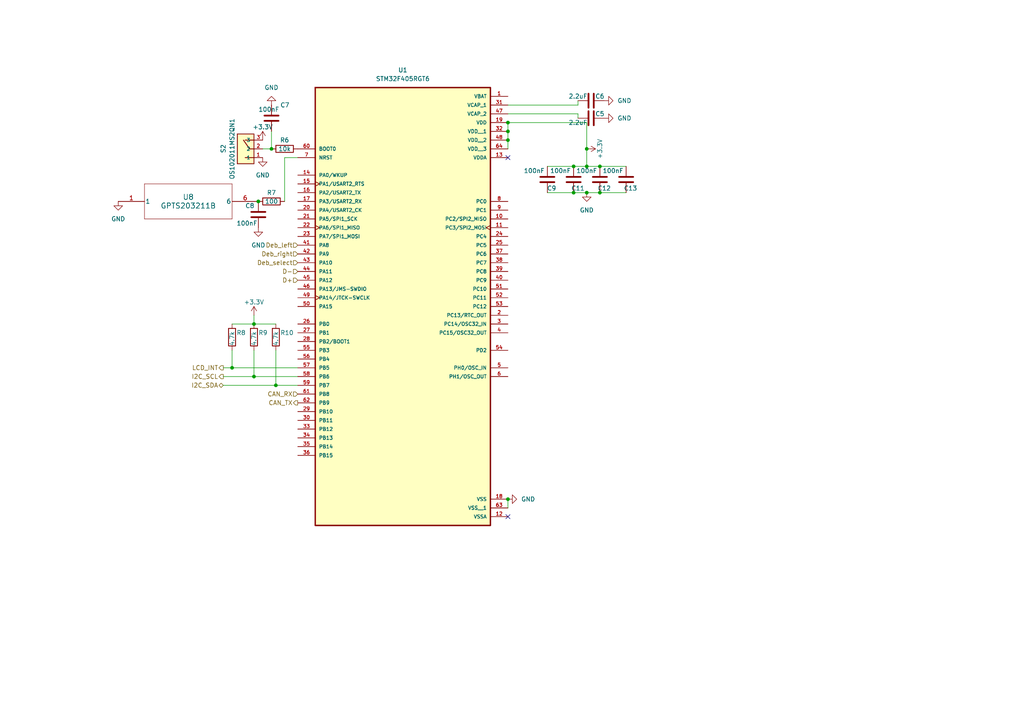
<source format=kicad_sch>
(kicad_sch (version 20230121) (generator eeschema)
  (paper "A4")
  (lib_symbols
    (symbol "2024-05-13_21-50-54:GPTS203211B" (pin_names (offset 0.254))
      (property "Reference" "U" (at 20.32 10.16 0))
      (property "Value" "GPTS203211B" (at 20.32 7.62 0))
      (symbol "GPTS203211B_0_1"
        (polyline (pts (xy 7.62 -5.08) (xy 33.02 -5.08)) (stroke (width 0.127)))
        (polyline (pts (xy 7.62 5.08) (xy 7.62 -5.08)) (stroke (width 0.127)))
        (polyline (pts (xy 33.02 -5.08) (xy 33.02 5.08)) (stroke (width 0.127)))
        (polyline (pts (xy 33.02 5.08) (xy 7.62 5.08)) (stroke (width 0.127)))
        (pin unspecified line (at 0 0 0) (length 7.62) (name "1") (number "1"))
        (pin unspecified line (at 40.64 0 180) (length 7.62) (name "6") (number "6"))
      )
    )
    (symbol "Device:C" (pin_numbers hide) (pin_names (offset 0.254))
      (property "Reference" "C" (at 0.635 2.54 0))
      (property "Value" "C" (at 0.635 -2.54 0))
      (symbol "C_0_1"
        (polyline (pts (xy -2.032 -0.762) (xy 2.032 -0.762)) (stroke (width 0.508)))
        (polyline (pts (xy -2.032 0.762) (xy 2.032 0.762)) (stroke (width 0.508)))
      )
      (symbol "C_1_1"
        (pin passive line (at 0 3.81 270) (length 2.794) (name "~") (number "1"))
        (pin passive line (at 0 -3.81 90) (length 2.794) (name "~") (number "2"))
      )
    )
    (symbol "Device:R" (pin_numbers hide) (pin_names (offset 0))
      (property "Reference" "R" (at 2.032 0 90))
      (property "Value" "R" (at 0 0 90))
      (symbol "R_0_1"
        (rectangle (start -1.016 -2.54) (end 1.016 2.54) (stroke (width 0.254)))
      )
      (symbol "R_1_1"
        (pin passive line (at 0 3.81 270) (length 1.27) (name "~") (number "1"))
        (pin passive line (at 0 -3.81 90) (length 1.27) (name "~") (number "2"))
      )
    )
    (symbol "OS102011MS2QN1:OS102011MS2QN1" (pin_names (offset 1.016))
      (property "Reference" "S" (at -2.5411 5.0822 0))
      (property "Value" "OS102011MS2QN1" (at -2.544 -7.6319 0))
      (symbol "OS102011MS2QN1_0_0"
        (rectangle (start -2.54 -4.318) (end 2.286 4.318) (stroke (width 0.254)) (fill (type background)))
        (polyline (pts (xy -2.54 -2.54) (xy 0 -2.54)) (stroke (width 0.254)))
        (polyline (pts (xy -2.54 0) (xy -1.27 0)) (stroke (width 0.254)))
        (polyline (pts (xy -2.54 2.54) (xy 0 2.54)) (stroke (width 0.254)))
        (polyline (pts (xy -1.27 0) (xy 0.508 -2.54)) (stroke (width 0.254)))
        (pin passive line (at -5.08 2.54 0) (length 2.54) (name "1") (number "1"))
        (pin passive line (at -5.08 0 0) (length 2.54) (name "2") (number "2"))
        (pin passive line (at -5.08 -2.54 0) (length 2.54) (name "3") (number "3"))
      )
    )
    (symbol "STM32F405RGT6:STM32F405RGT6" (pin_names (offset 1.016))
      (property "Reference" "U" (at -25.6442 59.5578 0))
      (property "Value" "STM32F405RGT6" (at -25.6043 -72.7202 0))
      (symbol "STM32F405RGT6_0_0"
        (rectangle (start -25.4 -68.58) (end 25.4 58.42) (stroke (width 0.41)) (fill (type background)))
        (pin power_in line (at 30.48 55.88 180) (length 5.08) (name "VBAT") (number "1"))
        (pin bidirectional line (at 30.48 20.32 180) (length 5.08) (name "PC2/SPI2_MISO") (number "10"))
        (pin bidirectional clock (at 30.48 17.78 180) (length 5.08) (name "PC3/SPI2_MOSI") (number "11"))
        (pin power_in line (at 30.48 -66.04 180) (length 5.08) (name "VSSA") (number "12"))
        (pin power_in line (at 30.48 38.1 180) (length 5.08) (name "VDDA") (number "13"))
        (pin bidirectional line (at -30.48 33.02 0) (length 5.08) (name "PA0/WKUP") (number "14"))
        (pin bidirectional clock (at -30.48 30.48 0) (length 5.08) (name "PA1/USART2_RTS") (number "15"))
        (pin bidirectional line (at -30.48 27.94 0) (length 5.08) (name "PA2/USART2_TX") (number "16"))
        (pin bidirectional line (at -30.48 25.4 0) (length 5.08) (name "PA3/USART2_RX") (number "17"))
        (pin power_in line (at 30.48 -60.96 180) (length 5.08) (name "VSS") (number "18"))
        (pin power_in line (at 30.48 48.26 180) (length 5.08) (name "VDD") (number "19"))
        (pin bidirectional line (at 30.48 -7.62 180) (length 5.08) (name "PC13/RTC_OUT") (number "2"))
        (pin bidirectional line (at -30.48 22.86 0) (length 5.08) (name "PA4/USART2_CK") (number "20"))
        (pin bidirectional line (at -30.48 20.32 0) (length 5.08) (name "PA5/SPI1_SCK") (number "21"))
        (pin bidirectional clock (at -30.48 17.78 0) (length 5.08) (name "PA6/SPI1_MISO") (number "22"))
        (pin bidirectional line (at -30.48 15.24 0) (length 5.08) (name "PA7/SPI1_MOSI") (number "23"))
        (pin bidirectional line (at 30.48 15.24 180) (length 5.08) (name "PC4") (number "24"))
        (pin bidirectional line (at 30.48 12.7 180) (length 5.08) (name "PC5") (number "25"))
        (pin bidirectional line (at -30.48 -10.16 0) (length 5.08) (name "PB0") (number "26"))
        (pin bidirectional line (at -30.48 -12.7 0) (length 5.08) (name "PB1") (number "27"))
        (pin bidirectional line (at -30.48 -15.24 0) (length 5.08) (name "PB2/BOOT1") (number "28"))
        (pin bidirectional line (at -30.48 -35.56 0) (length 5.08) (name "PB10") (number "29"))
        (pin bidirectional line (at 30.48 -10.16 180) (length 5.08) (name "PC14/OSC32_IN") (number "3"))
        (pin bidirectional line (at -30.48 -38.1 0) (length 5.08) (name "PB11") (number "30"))
        (pin power_in line (at 30.48 53.34 180) (length 5.08) (name "VCAP_1") (number "31"))
        (pin power_in line (at 30.48 45.72 180) (length 5.08) (name "VDD__1") (number "32"))
        (pin bidirectional line (at -30.48 -40.64 0) (length 5.08) (name "PB12") (number "33"))
        (pin bidirectional line (at -30.48 -43.18 0) (length 5.08) (name "PB13") (number "34"))
        (pin bidirectional line (at -30.48 -45.72 0) (length 5.08) (name "PB14") (number "35"))
        (pin bidirectional line (at -30.48 -48.26 0) (length 5.08) (name "PB15") (number "36"))
        (pin bidirectional line (at 30.48 10.16 180) (length 5.08) (name "PC6") (number "37"))
        (pin bidirectional line (at 30.48 7.62 180) (length 5.08) (name "PC7") (number "38"))
        (pin bidirectional line (at 30.48 5.08 180) (length 5.08) (name "PC8") (number "39"))
        (pin bidirectional line (at 30.48 -12.7 180) (length 5.08) (name "PC15/OSC32_OUT") (number "4"))
        (pin bidirectional line (at 30.48 2.54 180) (length 5.08) (name "PC9") (number "40"))
        (pin bidirectional line (at -30.48 12.7 0) (length 5.08) (name "PA8") (number "41"))
        (pin bidirectional line (at -30.48 10.16 0) (length 5.08) (name "PA9") (number "42"))
        (pin bidirectional line (at -30.48 7.62 0) (length 5.08) (name "PA10") (number "43"))
        (pin bidirectional line (at -30.48 5.08 0) (length 5.08) (name "PA11") (number "44"))
        (pin bidirectional line (at -30.48 2.54 0) (length 5.08) (name "PA12") (number "45"))
        (pin bidirectional line (at -30.48 0 0) (length 5.08) (name "PA13/JMS-SWDIO") (number "46"))
        (pin power_in line (at 30.48 50.8 180) (length 5.08) (name "VCAP_2") (number "47"))
        (pin power_in line (at 30.48 43.18 180) (length 5.08) (name "VDD__2") (number "48"))
        (pin bidirectional clock (at -30.48 -2.54 0) (length 5.08) (name "PA14/JTCK-SWCLK") (number "49"))
        (pin bidirectional line (at 30.48 -22.86 180) (length 5.08) (name "PH0/OSC_IN") (number "5"))
        (pin bidirectional line (at -30.48 -5.08 0) (length 5.08) (name "PA15") (number "50"))
        (pin bidirectional line (at 30.48 0 180) (length 5.08) (name "PC10") (number "51"))
        (pin bidirectional line (at 30.48 -2.54 180) (length 5.08) (name "PC11") (number "52"))
        (pin bidirectional line (at 30.48 -5.08 180) (length 5.08) (name "PC12") (number "53"))
        (pin bidirectional line (at 30.48 -17.78 180) (length 5.08) (name "PD2") (number "54"))
        (pin bidirectional line (at -30.48 -17.78 0) (length 5.08) (name "PB3") (number "55"))
        (pin bidirectional line (at -30.48 -20.32 0) (length 5.08) (name "PB4") (number "56"))
        (pin bidirectional line (at -30.48 -22.86 0) (length 5.08) (name "PB5") (number "57"))
        (pin bidirectional line (at -30.48 -25.4 0) (length 5.08) (name "PB6") (number "58"))
        (pin bidirectional line (at -30.48 -27.94 0) (length 5.08) (name "PB7") (number "59"))
        (pin bidirectional line (at 30.48 -25.4 180) (length 5.08) (name "PH1/OSC_OUT") (number "6"))
        (pin bidirectional line (at -30.48 40.64 0) (length 5.08) (name "BOOT0") (number "60"))
        (pin bidirectional line (at -30.48 -30.48 0) (length 5.08) (name "PB8") (number "61"))
        (pin bidirectional line (at -30.48 -33.02 0) (length 5.08) (name "PB9") (number "62"))
        (pin power_in line (at 30.48 -63.5 180) (length 5.08) (name "VSS__1") (number "63"))
        (pin power_in line (at 30.48 40.64 180) (length 5.08) (name "VDD__3") (number "64"))
        (pin bidirectional line (at -30.48 38.1 0) (length 5.08) (name "NRST") (number "7"))
        (pin bidirectional line (at 30.48 25.4 180) (length 5.08) (name "PC0") (number "8"))
        (pin bidirectional line (at 30.48 22.86 180) (length 5.08) (name "PC1") (number "9"))
      )
    )
    (symbol "power:+3.3V" (power) (pin_names (offset 0))
      (property "Value" "+3.3V" (at 0 3.556 0))
      (symbol "+3.3V_0_1"
        (polyline (pts (xy -0.762 1.27) (xy 0 2.54)))
        (polyline (pts (xy 0 0) (xy 0 2.54)))
        (polyline (pts (xy 0 2.54) (xy 0.762 1.27)))
      )
      (symbol "+3.3V_1_1"
        (pin power_in line (at 0 0 90) (length 0) hide (name "+3.3V") (number "1"))
      )
    )
    (symbol "power:GND" (power) (pin_names (offset 0))
      (property "Value" "GND" (at 0 -3.81 0))
      (symbol "GND_0_1"
        (polyline (pts (xy 0 0) (xy 0 -1.27) (xy 1.27 -1.27) (xy 0 -2.54) (xy -1.27 -1.27) (xy 0 -1.27)))
      )
      (symbol "GND_1_1"
        (pin power_in line (at 0 0 270) (length 0) hide (name "GND") (number "1"))
      )
    )
  )
  (junction (at 170.18 48.26))
  (junction (at 170.18 43.18))
  (junction (at 173.99 48.26))
  (junction (at 170.18 55.88))
  (junction (at 166.37 55.88))
  (junction (at 147.32 35.56))
  (junction (at 147.32 40.64))
  (junction (at 73.66 109.22))
  (junction (at 147.32 144.78))
  (junction (at 74.93 58.42))
  (junction (at 173.99 55.88))
  (junction (at 78.74 43.18))
  (junction (at 147.32 38.1))
  (junction (at 67.31 106.68))
  (junction (at 166.37 48.26))
  (junction (at 80.01 111.76))
  (junction (at 73.66 93.98))
  (no_connect (at 147.32 45.72))
  (no_connect (at 147.32 149.86))
  (wire (pts (xy 78.74 38.1) (xy 78.74 43.18)))
  (wire (pts (xy 82.55 45.72) (xy 86.36 45.72)))
  (wire (pts (xy 167.64 29.21) (xy 167.64 30.48)))
  (wire (pts (xy 82.55 58.42) (xy 82.55 45.72)))
  (wire (pts (xy 147.32 40.64) (xy 147.32 43.18)))
  (wire (pts (xy 76.2 43.18) (xy 78.74 43.18)))
  (wire (pts (xy 64.77 111.76) (xy 80.01 111.76)))
  (wire (pts (xy 170.18 48.26) (xy 170.18 43.18)))
  (wire (pts (xy 170.18 35.56) (xy 147.32 35.56)))
  (wire (pts (xy 64.77 109.22) (xy 73.66 109.22)))
  (wire (pts (xy 166.37 48.26) (xy 170.18 48.26)))
  (wire (pts (xy 170.18 43.18) (xy 170.18 35.56)))
  (wire (pts (xy 173.99 48.26) (xy 181.61 48.26)))
  (wire (pts (xy 147.32 144.78) (xy 147.32 147.32)))
  (wire (pts (xy 158.75 55.88) (xy 166.37 55.88)))
  (wire (pts (xy 158.75 48.26) (xy 166.37 48.26)))
  (wire (pts (xy 173.99 55.88) (xy 181.61 55.88)))
  (wire (pts (xy 67.31 93.98) (xy 73.66 93.98)))
  (wire (pts (xy 147.32 35.56) (xy 147.32 38.1)))
  (wire (pts (xy 147.32 33.02) (xy 167.64 33.02)))
  (wire (pts (xy 166.37 55.88) (xy 170.18 55.88)))
  (wire (pts (xy 73.66 109.22) (xy 86.36 109.22)))
  (wire (pts (xy 73.66 91.44) (xy 73.66 93.98)))
  (wire (pts (xy 170.18 48.26) (xy 173.99 48.26)))
  (wire (pts (xy 147.32 38.1) (xy 147.32 40.64)))
  (wire (pts (xy 170.18 55.88) (xy 173.99 55.88)))
  (wire (pts (xy 67.31 106.68) (xy 86.36 106.68)))
  (wire (pts (xy 167.64 34.29) (xy 167.64 33.02)))
  (wire (pts (xy 67.31 101.6) (xy 67.31 106.68)))
  (wire (pts (xy 80.01 111.76) (xy 86.36 111.76)))
  (wire (pts (xy 147.32 30.48) (xy 167.64 30.48)))
  (wire (pts (xy 80.01 101.6) (xy 80.01 111.76)))
  (wire (pts (xy 73.66 93.98) (xy 80.01 93.98)))
  (wire (pts (xy 64.77 106.68) (xy 67.31 106.68)))
  (wire (pts (xy 73.66 101.6) (xy 73.66 109.22)))
  (hierarchical_label "D+" (shape input) (at 86.36 81.28 180))
  (hierarchical_label "CAN_TX" (shape output) (at 86.36 116.84 180))
  (hierarchical_label "Deb_left" (shape input) (at 86.36 71.12 180))
  (hierarchical_label "D-" (shape input) (at 86.36 78.74 180))
  (hierarchical_label "LCD_INT" (shape output) (at 64.77 106.68 180))
  (hierarchical_label "CAN_RX" (shape input) (at 86.36 114.3 180))
  (hierarchical_label "Deb_right" (shape input) (at 86.36 73.66 180))
  (hierarchical_label "I2C_SDA" (shape bidirectional) (at 64.77 111.76 180))
  (hierarchical_label "Deb_select" (shape input) (at 86.36 76.2 180))
  (hierarchical_label "I2C_SCL" (shape output) (at 64.77 109.22 180))
  (symbol (lib_id "OS102011MS2QN1:OS102011MS2QN1") (at 71.12 43.18 180) (unit 1)
    (property "Reference" "S2" (at 64.77 44.45 90) (effects (justify right)))
    (property "Value" "OS102011MS2QN1" (at 67.31 52.07 90) (effects (justify right)))
    (property "Footprint" "OS102011MS2QN1:SW_OS102011MS2QN1" (effects hide))
    (property "STANDARD" "MANUFACTURER RECOMMENDATIONS" (effects hide))
    (property "MANUFACTURER" "C&K" (effects hide))
  )
  (symbol (lib_id "Device:C") (at 158.75 52.07 0) (unit 1)
    (property "Reference" "C9" (at 160.02 54.61 0))
    (property "Value" "100nF" (at 154.94 49.53 0))
    (instances (project "Motor Programmer Rev. 2" (path "" (reference "C9") (unit 1)) (path "" (reference "C7") (unit 1))))
  )
  (symbol (lib_id "STM32F405RGT6:STM32F405RGT6") (at 116.84 83.82 0) (unit 1)
    (property "Reference" "U1" (at 116.84 20.32 0))
    (property "Value" "STM32F405RGT6" (at 116.84 22.86 0))
    (property "Footprint" "STM32F405RGT6:QFP50P1200X1200X160-64N" (effects hide))
    (property "PARTREV" "LTR" (effects hide))
    (property "STANDARD" "IPC-7351B" (effects hide))
    (property "MANUFACTURER" "STMicroelectronics" (effects hide))
    (instances (project "Motor Programmer Rev. 2" (path "" (reference "U1") (unit 1)) (path "" (reference "U4") (unit 1))))
  )
  (symbol (lib_id "Device:R") (at 82.55 43.18 90) (unit 1)
    (property "Reference" "R6" (at 82.55 40.64 90))
    (property "Value" "10k" (at 82.55 43.18 90))
    (instances (project "Motor Programmer Rev. 2" (path "" (reference "R6") (unit 1)) (path "" (reference "R7") (unit 1))))
  )
  (symbol (lib_id "2024-05-13_21-50-54:GPTS203211B") (at 34.29 58.42 0) (unit 1)
    (property "Reference" "U8" (at 54.61 57.15 0) (effects (font (size 1.524 1.524))))
    (property "Value" "GPTS203211B" (at 54.61 59.69 0) (effects (font (size 1.524 1.524))))
    (property "Footprint" "footprints:SWITCH_03211B" (effects hide))
    (property "Datasheet" "GPTS203211B" (effects hide))
    (instances (project "Motor Programmer Rev. 2" (path "" (reference "U8") (unit 1)) (path "" (reference "U1") (unit 1))))
  )
  (symbol (lib_id "power:+3.3V") (at 73.66 91.44 0) (unit 1)
    (property "Reference" "#PWR024" (effects hide))
    (property "Value" "+3.3V" (at 73.66 87.63 0))
    (instances (project "Motor Programmer Rev. 2" (path "" (reference "#PWR024") (unit 1)) (path "" (reference "#PWR038") (unit 1))) (project "ESP32_S2_SOLO_N4 Kicad Reference Design" (path "" (reference "#PWR03") (unit 1))) (project "esp32" (path "" (reference "#PWR05") (unit 1))))
  )
  (symbol (lib_id "power:GND") (at 170.18 55.88 0) (unit 1)
    (property "Reference" "#PWR021" (effects hide))
    (property "Value" "GND" (at 170.18 60.96 0))
    (instances (project "Motor Programmer Rev. 2" (path "" (reference "#PWR021") (unit 1)) (path "" (reference "#PWR027") (unit 1))))
  )
  (symbol (lib_id "Device:C") (at 171.45 34.29 90) (unit 1)
    (property "Reference" "C5" (at 173.99 33.02 90))
    (property "Value" "2.2uF" (at 167.64 35.56 90))
    (instances (project "Motor Programmer Rev. 2" (path "" (reference "C5") (unit 1)) (path "" (reference "C11") (unit 1))))
  )
  (symbol (lib_id "Device:R") (at 73.66 97.79 0) (unit 1)
    (property "Reference" "R9" (at 74.93 96.52 0) (effects (justify left)))
    (property "Value" "4.7k" (at 73.66 100.33 90) (effects (justify left)))
  )
  (symbol (lib_id "Device:R") (at 80.01 97.79 0) (unit 1)
    (property "Reference" "R10" (at 81.28 96.52 0) (effects (justify left)))
    (property "Value" "4.7k" (at 80.01 100.33 90) (effects (justify left)))
  )
  (symbol (lib_id "power:GND") (at 76.2 45.72 0) (unit 1)
    (property "Reference" "#PWR025" (effects hide))
    (property "Value" "GND" (at 76.2 50.8 0))
    (instances (project "Motor Programmer Rev. 2" (path "" (reference "#PWR025") (unit 1)) (path "" (reference "#PWR023") (unit 1))))
  )
  (symbol (lib_id "Device:C") (at 181.61 52.07 0) (unit 1)
    (property "Reference" "C13" (at 182.88 54.61 0))
    (property "Value" "100nF" (at 177.8 49.53 0))
  )
  (symbol (lib_id "power:GND") (at 175.26 34.29 90) (unit 1)
    (property "Reference" "#PWR011" (effects hide))
    (property "Value" "GND" (at 179.07 34.29 90) (effects (justify right)))
    (instances (project "Motor Programmer Rev. 2" (path "" (reference "#PWR011") (unit 1)) (path "" (reference "#PWR029") (unit 1))))
  )
  (symbol (lib_id "Device:C") (at 74.93 62.23 0) (unit 1)
    (property "Reference" "C8" (at 71.12 59.69 0) (effects (justify left)))
    (property "Value" "100nF" (at 68.58 64.77 0) (effects (justify left)))
    (instances (project "Motor Programmer Rev. 2" (path "" (reference "C8") (unit 1)) (path "" (reference "C5") (unit 1))))
  )
  (symbol (lib_id "power:GND") (at 147.32 144.78 90) (unit 1)
    (property "Reference" "#PWR022" (effects hide))
    (property "Value" "GND" (at 151.13 144.78 90) (effects (justify right)))
    (instances (project "Motor Programmer Rev. 2" (path "" (reference "#PWR022") (unit 1)) (path "" (reference "#PWR025") (unit 1))))
  )
  (symbol (lib_id "Device:C") (at 171.45 29.21 90) (unit 1)
    (property "Reference" "C6" (at 173.99 27.94 90))
    (property "Value" "2.2uF" (at 167.64 27.94 90))
    (instances (project "Motor Programmer Rev. 2" (path "" (reference "C6") (unit 1)) (path "" (reference "C9") (unit 1))))
  )
  (symbol (lib_id "Device:C") (at 166.37 52.07 0) (unit 1)
    (property "Reference" "C11" (at 167.64 54.61 0))
    (property "Value" "100nF" (at 162.56 49.53 0))
    (instances (project "Motor Programmer Rev. 2" (path "" (reference "C11") (unit 1)) (path "" (reference "C8") (unit 1))))
  )
  (symbol (lib_id "power:GND") (at 78.74 30.48 180) (unit 1)
    (property "Reference" "#PWR026" (effects hide))
    (property "Value" "GND" (at 78.74 25.4 0))
    (instances (project "Motor Programmer Rev. 2" (path "" (reference "#PWR026") (unit 1)) (path "" (reference "#PWR024") (unit 1))))
  )
  (symbol (lib_id "power:GND") (at 175.26 29.21 90) (unit 1)
    (property "Reference" "#PWR023" (effects hide))
    (property "Value" "GND" (at 179.07 29.21 90) (effects (justify right)))
    (instances (project "Motor Programmer Rev. 2" (path "" (reference "#PWR023") (unit 1)) (path "" (reference "#PWR028") (unit 1))))
  )
  (symbol (lib_id "Device:R") (at 67.31 97.79 0) (unit 1)
    (property "Reference" "R8" (at 68.58 96.52 0) (effects (justify left)))
    (property "Value" "4.7k" (at 67.31 100.33 90) (effects (justify left)))
  )
  (symbol (lib_id "power:GND") (at 74.93 66.04 0) (unit 1)
    (property "Reference" "#PWR028" (effects hide))
    (property "Value" "GND" (at 74.93 71.12 0))
    (instances (project "Motor Programmer Rev. 2" (path "" (reference "#PWR028") (unit 1)) (path "" (reference "#PWR021") (unit 1))))
  )
  (symbol (lib_id "power:+3.3V") (at 76.2 40.64 0) (unit 1)
    (property "Reference" "#PWR024" (effects hide))
    (property "Value" "+3.3V" (at 76.2 36.83 0))
    (instances (project "Motor Programmer Rev. 2" (path "" (reference "#PWR024") (unit 1)) (path "" (reference "#PWR022") (unit 1))) (project "ESP32_S2_SOLO_N4 Kicad Reference Design" (path "" (reference "#PWR03") (unit 1))) (project "esp32" (path "" (reference "#PWR05") (unit 1))))
  )
  (symbol (lib_id "Device:C") (at 173.99 52.07 0) (unit 1)
    (property "Reference" "C12" (at 175.26 54.61 0))
    (property "Value" "100nF" (at 170.18 49.53 0))
  )
  (symbol (lib_id "Device:R") (at 78.74 58.42 90) (unit 1)
    (property "Reference" "R7" (at 78.74 55.88 90))
    (property "Value" "100" (at 78.74 58.42 90))
    (instances (project "Motor Programmer Rev. 2" (path "" (reference "R7") (unit 1)) (path "" (reference "R6") (unit 1))))
  )
  (symbol (lib_id "Device:C") (at 78.74 34.29 0) (unit 1)
    (property "Reference" "C7" (at 81.28 30.48 0) (effects (justify left)))
    (property "Value" "100nF" (at 74.93 31.75 0) (effects (justify left)))
    (instances (project "Motor Programmer Rev. 2" (path "" (reference "C7") (unit 1)) (path "" (reference "C6") (unit 1))))
  )
  (symbol (lib_id "power:+3.3V") (at 170.18 43.18 270) (unit 1)
    (property "Reference" "#PWR029" (effects hide))
    (property "Value" "+3.3V" (at 173.99 43.18 0))
    (instances (project "Motor Programmer Rev. 2" (path "" (reference "#PWR029") (unit 1)) (path "" (reference "#PWR026") (unit 1))) (project "ESP32_S2_SOLO_N4 Kicad Reference Design" (path "" (reference "#PWR03") (unit 1))) (project "esp32" (path "" (reference "#PWR05") (unit 1))))
  )
  (symbol (lib_id "power:GND") (at 34.29 58.42 0) (unit 1)
    (property "Reference" "#PWR027" (effects hide))
    (property "Value" "GND" (at 34.29 63.5 0))
    (instances (project "Motor Programmer Rev. 2" (path "" (reference "#PWR027") (unit 1)) (path "" (reference "#PWR011") (unit 1))))
  )
)
</source>
